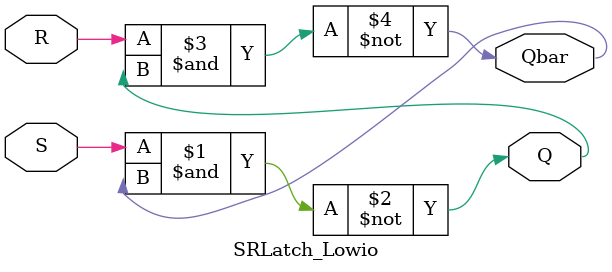
<source format=v>
module SRLatch_Lowio(Q,Qbar,S,R);
  output Q,Qbar;
  input S,R;
  
  nand n1(Q,S,Qbar);
  nand n2(Qbar,R,Q);
  
endmodule

</source>
